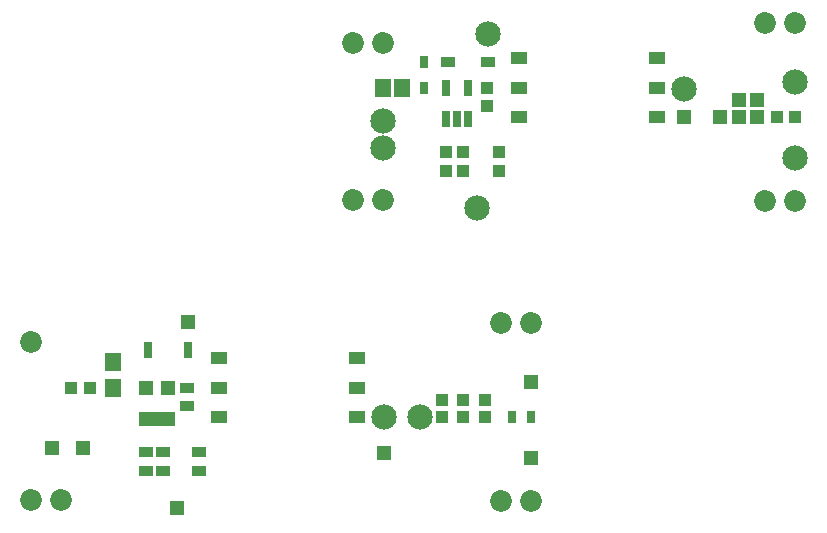
<source format=gts>
G04*
<<<<<<< HEAD
G04 #@! TF.GenerationSoftware,Altium Limited,Altium Designer,22.2.1 (43)*
=======
G04 #@! TF.GenerationSoftware,Altium Limited,Altium Designer,20.2.6 (244)*
>>>>>>> 4e0b3683575d4fa8bc2fa5a38cc8482e5bfbb278
G04*
G04 Layer_Color=8388736*
%FSLAX25Y25*%
%MOIN*%
G70*
G04*
<<<<<<< HEAD
G04 #@! TF.SameCoordinates,349ACB13-1475-4CFD-A425-034749F407B6*
=======
G04 #@! TF.SameCoordinates,39F16B55-C1F7-43D0-B861-395FF0F2765C*
>>>>>>> 4e0b3683575d4fa8bc2fa5a38cc8482e5bfbb278
G04*
G04*
G04 #@! TF.FilePolarity,Negative*
G04*
G01*
G75*
%ADD25R,0.05709X0.03976*%
<<<<<<< HEAD
%ADD26R,0.04528X0.04921*%
%ADD27R,0.04528X0.04724*%
%ADD28C,0.08465*%
%ADD29R,0.04528X0.03740*%
%ADD30R,0.05709X0.06299*%
%ADD31R,0.04134X0.03937*%
%ADD32R,0.03937X0.04134*%
%ADD33R,0.02638X0.05394*%
%ADD34R,0.02559X0.04134*%
%ADD35C,0.07284*%
D25*
X118366Y37157D02*
D03*
Y47000D02*
D03*
Y56842D02*
D03*
X72500Y37157D02*
D03*
Y47000D02*
D03*
Y56842D02*
D03*
D26*
X127398Y37157D02*
D03*
X139602D02*
D03*
D27*
X161024Y43063D02*
D03*
Y37157D02*
D03*
X153969Y43063D02*
D03*
Y37157D02*
D03*
X146787Y43063D02*
D03*
Y37157D02*
D03*
D28*
X27201Y27000D02*
D03*
X62094Y68937D02*
D03*
X127398Y25197D02*
D03*
X16965Y27000D02*
D03*
X58500Y7087D02*
D03*
X176413Y49000D02*
D03*
Y23622D02*
D03*
D29*
X62094Y59598D02*
D03*
X48906D02*
D03*
D30*
X29563Y47000D02*
D03*
X23264D02*
D03*
D31*
X62000Y40898D02*
D03*
Y47000D02*
D03*
X48020Y25551D02*
D03*
Y19449D02*
D03*
X54000D02*
D03*
Y25551D02*
D03*
X66000Y19449D02*
D03*
Y25551D02*
D03*
D32*
X170311Y37157D02*
D03*
X176413D02*
D03*
D33*
X48020Y47000D02*
D03*
X55500D02*
D03*
Y36685D02*
D03*
X51760D02*
D03*
X48020D02*
D03*
D34*
X37063Y55661D02*
D03*
Y47000D02*
D03*
D35*
X176413Y68504D02*
D03*
X166413D02*
D03*
X176413Y9449D02*
D03*
X166413D02*
D03*
X19721Y9500D02*
D03*
X9720D02*
D03*
Y62205D02*
D03*
X19721D02*
=======
%ADD26C,0.08465*%
%ADD27R,0.03937X0.04134*%
%ADD28R,0.04528X0.04724*%
%ADD29R,0.02638X0.05394*%
%ADD30R,0.04134X0.03937*%
%ADD31R,0.04528X0.03740*%
%ADD32R,0.02559X0.04134*%
%ADD33R,0.04528X0.04921*%
%ADD34R,0.05709X0.06299*%
%ADD35C,0.07284*%
D25*
X218366Y137157D02*
D03*
Y147000D02*
D03*
Y156843D02*
D03*
X172500Y137157D02*
D03*
Y147000D02*
D03*
Y156843D02*
D03*
D26*
X162094Y165000D02*
D03*
X227500Y146500D02*
D03*
X127201Y136000D02*
D03*
X158500Y107087D02*
D03*
X264602Y149000D02*
D03*
Y123622D02*
D03*
X127201Y127000D02*
D03*
D27*
X258500Y137157D02*
D03*
X264602D02*
D03*
D28*
X252000Y143063D02*
D03*
Y137157D02*
D03*
X246000Y143063D02*
D03*
Y137157D02*
D03*
D29*
X148020Y147000D02*
D03*
X155500D02*
D03*
Y136685D02*
D03*
X151760D02*
D03*
X148020D02*
D03*
D30*
Y125551D02*
D03*
Y119449D02*
D03*
X162000Y147000D02*
D03*
Y140898D02*
D03*
X154000Y119449D02*
D03*
Y125551D02*
D03*
X166000Y119449D02*
D03*
Y125551D02*
D03*
D31*
X148906Y155661D02*
D03*
X162094D02*
D03*
D32*
X141000D02*
D03*
Y147000D02*
D03*
D33*
X239602Y137157D02*
D03*
X227398D02*
D03*
D34*
X127201Y147000D02*
D03*
X133500D02*
D03*
D35*
X264602Y168504D02*
D03*
X254602D02*
D03*
X127201Y109500D02*
D03*
X117201D02*
D03*
Y161811D02*
D03*
X127201D02*
D03*
X254602Y109449D02*
D03*
X264602D02*
>>>>>>> 4e0b3683575d4fa8bc2fa5a38cc8482e5bfbb278
D03*
M02*

</source>
